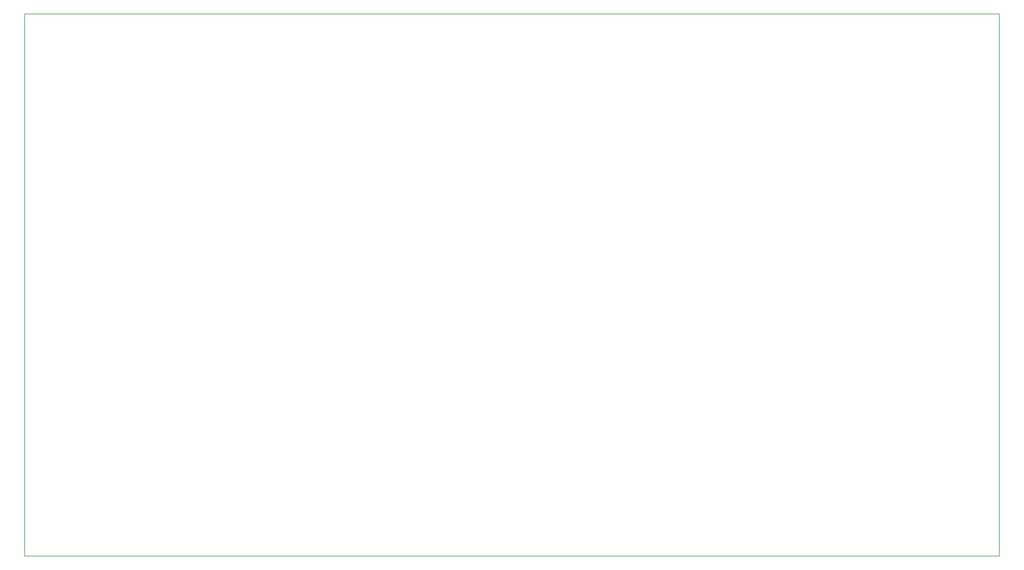
<source format=gbr>
%TF.GenerationSoftware,KiCad,Pcbnew,(6.0.7)*%
%TF.CreationDate,2023-02-22T17:07:51-05:00*%
%TF.ProjectId,Phoenix612 Complete v1,50686f65-6e69-4783-9631-3220436f6d70,rev?*%
%TF.SameCoordinates,Original*%
%TF.FileFunction,Profile,NP*%
%FSLAX46Y46*%
G04 Gerber Fmt 4.6, Leading zero omitted, Abs format (unit mm)*
G04 Created by KiCad (PCBNEW (6.0.7)) date 2023-02-22 17:07:51*
%MOMM*%
%LPD*%
G01*
G04 APERTURE LIST*
%TA.AperFunction,Profile*%
%ADD10C,0.150000*%
%TD*%
G04 APERTURE END LIST*
D10*
X18288000Y-35496500D02*
X296227500Y-35496500D01*
X296227500Y-35496500D02*
X296227500Y-190246000D01*
X296227500Y-190246000D02*
X18288000Y-190246000D01*
X18288000Y-190246000D02*
X18288000Y-35496500D01*
M02*

</source>
